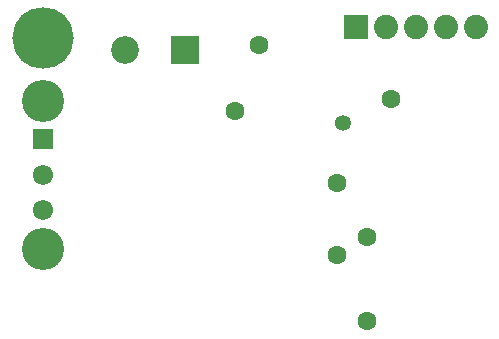
<source format=gbr>
%TF.GenerationSoftware,Altium Limited,Altium Designer,24.0.1 (36)*%
G04 Layer_Color=16711935*
%FSLAX45Y45*%
%MOMM*%
%TF.SameCoordinates,8CF4B923-E39E-4099-A09F-CB558B098684*%
%TF.FilePolarity,Negative*%
%TF.FileFunction,Soldermask,Bot*%
%TF.Part,Single*%
G01*
G75*
%TA.AperFunction,ComponentPad*%
%ADD50R,1.71820X1.71820*%
%ADD51C,1.71820*%
%ADD52C,3.56320*%
%ADD53C,2.05320*%
%ADD54R,2.05320X2.05320*%
%ADD55R,2.35320X2.35320*%
%ADD56C,2.35320*%
%ADD57C,5.20320*%
%TA.AperFunction,ViaPad*%
%ADD58C,1.60320*%
%ADD59C,1.35320*%
D50*
X350000Y1796415D02*
D03*
D51*
Y1496415D02*
D03*
Y1196415D02*
D03*
D52*
Y2121415D02*
D03*
Y871415D02*
D03*
D53*
X4016000Y2750000D02*
D03*
X3254000D02*
D03*
X3508000D02*
D03*
X3762000D02*
D03*
D54*
X3000000D02*
D03*
D55*
X1554000Y2550000D02*
D03*
D56*
X1046000D02*
D03*
D57*
X350000Y2650000D02*
D03*
D58*
X3098800Y254000D02*
D03*
X2844800Y812800D02*
D03*
Y1422400D02*
D03*
X2184400Y2590800D02*
D03*
X1981200Y2032000D02*
D03*
X3098800Y965200D02*
D03*
X3302000Y2133600D02*
D03*
D59*
X2895600Y1930400D02*
D03*
%TF.MD5,b89fcc952be646aab1278d4857164b62*%
M02*

</source>
